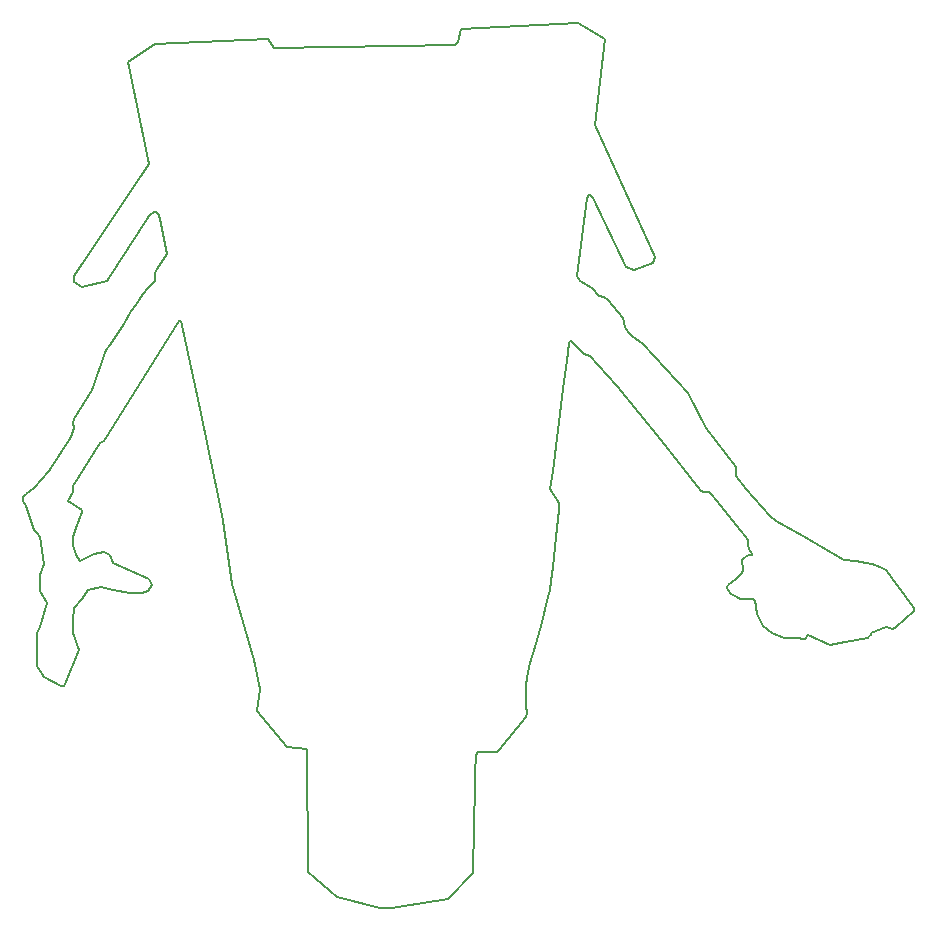
<source format=gm1>
G04 #@! TF.FileFunction,Profile,NP*
%FSLAX46Y46*%
G04 Gerber Fmt 4.6, Leading zero omitted, Abs format (unit mm)*
G04 Created by KiCad (PCBNEW 4.0.6) date 07/02/18 18:42:29*
%MOMM*%
%LPD*%
G01*
G04 APERTURE LIST*
%ADD10C,0.100000*%
%ADD11C,0.150000*%
G04 APERTURE END LIST*
D10*
D11*
X102489000Y-133477000D02*
X100838000Y-133477000D01*
X102616000Y-133350000D02*
X102489000Y-133477000D01*
X100711000Y-133731000D02*
X100838000Y-133477000D01*
X100584000Y-135382000D02*
X100711000Y-133731000D01*
X100584000Y-136271000D02*
X100584000Y-135382000D01*
X100457000Y-143510000D02*
X100584000Y-136271000D01*
X100457000Y-143764000D02*
X100457000Y-143510000D01*
X98298000Y-145923000D02*
X100457000Y-143764000D01*
X94615000Y-146558000D02*
X98298000Y-145923000D01*
X93599000Y-146685000D02*
X94615000Y-146558000D01*
X93218000Y-146685000D02*
X93599000Y-146685000D01*
X92837000Y-146685000D02*
X93218000Y-146685000D01*
X92583000Y-146685000D02*
X92837000Y-146685000D01*
X88900000Y-145796000D02*
X92583000Y-146685000D01*
X86487000Y-143637000D02*
X88900000Y-145796000D01*
X86360000Y-133223000D02*
X86487000Y-143637000D01*
X84709000Y-133096000D02*
X86360000Y-133223000D01*
X82169000Y-130048000D02*
X84709000Y-133096000D01*
X82423000Y-128143000D02*
X82169000Y-130048000D01*
X81915000Y-125730000D02*
X82423000Y-128143000D01*
X80010000Y-119253000D02*
X81915000Y-125730000D01*
X79248000Y-113919000D02*
X80010000Y-119253000D01*
X79121000Y-113030000D02*
X79248000Y-113919000D01*
X77216000Y-104013000D02*
X79121000Y-113030000D01*
X75692000Y-97028000D02*
X77216000Y-104013000D01*
X75565000Y-97028000D02*
X75692000Y-97028000D01*
X69215000Y-107188000D02*
X75565000Y-97028000D01*
X68834000Y-107315000D02*
X69215000Y-107188000D01*
X66548000Y-110998000D02*
X68834000Y-107315000D01*
X66548000Y-111506000D02*
X66548000Y-110998000D01*
X66167000Y-112268000D02*
X66548000Y-111506000D01*
X67310000Y-113030000D02*
X66167000Y-112268000D01*
X67310000Y-113157000D02*
X67310000Y-113030000D01*
X66802000Y-114554000D02*
X67310000Y-113157000D01*
X66548000Y-115316000D02*
X66802000Y-114554000D01*
X66548000Y-115951000D02*
X66548000Y-115316000D01*
X66802000Y-116840000D02*
X66548000Y-115951000D01*
X67183000Y-117348000D02*
X66802000Y-116840000D01*
X67818000Y-116967000D02*
X67183000Y-117348000D01*
X68326000Y-116713000D02*
X67818000Y-116967000D01*
X69215000Y-116586000D02*
X68326000Y-116713000D01*
X69723000Y-116840000D02*
X69215000Y-116586000D01*
X69977000Y-117475000D02*
X69723000Y-116840000D01*
X73025000Y-118872000D02*
X69977000Y-117475000D01*
X73279000Y-119380000D02*
X73025000Y-118872000D01*
X72898000Y-119888000D02*
X73279000Y-119380000D01*
X72390000Y-120015000D02*
X72898000Y-119888000D01*
X71374000Y-120015000D02*
X72390000Y-120015000D01*
X69977000Y-119761000D02*
X71374000Y-120015000D01*
X68961000Y-119507000D02*
X69977000Y-119761000D01*
X67818000Y-119761000D02*
X68961000Y-119507000D01*
X67310000Y-120523000D02*
X67818000Y-119761000D01*
X66675000Y-121285000D02*
X67310000Y-120523000D01*
X66548000Y-122428000D02*
X66675000Y-121285000D01*
X66548000Y-123444000D02*
X66548000Y-122428000D01*
X67056000Y-124841000D02*
X66548000Y-123444000D01*
X65913000Y-127762000D02*
X67056000Y-124841000D01*
X65786000Y-127889000D02*
X65913000Y-127762000D01*
X65532000Y-127889000D02*
X65786000Y-127889000D01*
X64135000Y-127127000D02*
X65532000Y-127889000D01*
X63500000Y-126238000D02*
X64135000Y-127127000D01*
X63500000Y-123444000D02*
X63500000Y-126238000D01*
X63754000Y-122936000D02*
X63500000Y-123444000D01*
X64389000Y-120904000D02*
X63754000Y-122936000D01*
X63754000Y-119888000D02*
X64389000Y-120904000D01*
X63754000Y-118491000D02*
X63754000Y-119888000D01*
X64135000Y-117602000D02*
X63754000Y-118491000D01*
X63754000Y-115316000D02*
X64135000Y-117602000D01*
X63500000Y-114935000D02*
X63754000Y-115316000D01*
X63246000Y-114681000D02*
X63500000Y-114935000D01*
X62611000Y-112649000D02*
X63246000Y-114681000D01*
X62357000Y-112268000D02*
X62611000Y-112649000D01*
X62357000Y-111887000D02*
X62357000Y-112268000D01*
X62611000Y-111633000D02*
X62357000Y-111887000D01*
X63246000Y-111125000D02*
X62611000Y-111633000D01*
X64516000Y-109728000D02*
X63246000Y-111125000D01*
X66421000Y-106807000D02*
X64516000Y-109728000D01*
X66675000Y-106045000D02*
X66421000Y-106807000D01*
X66548000Y-105664000D02*
X66675000Y-106045000D01*
X66675000Y-105283000D02*
X66548000Y-105664000D01*
X68199000Y-102870000D02*
X66675000Y-105283000D01*
X69342000Y-99441000D02*
X68199000Y-102870000D01*
X69723000Y-99060000D02*
X69342000Y-99441000D01*
X70866000Y-97282000D02*
X69723000Y-99060000D01*
X71501000Y-96139000D02*
X70866000Y-97282000D01*
X71882000Y-95631000D02*
X71501000Y-96139000D01*
X72136000Y-95250000D02*
X71882000Y-95631000D01*
X72517000Y-94742000D02*
X72136000Y-95250000D01*
X72898000Y-94234000D02*
X72517000Y-94742000D01*
X73533000Y-93599000D02*
X72898000Y-94234000D01*
X73533000Y-93345000D02*
X73533000Y-93599000D01*
X73533000Y-92964000D02*
X73533000Y-93345000D01*
X73660000Y-92583000D02*
X73533000Y-92964000D01*
X74549000Y-91313000D02*
X73660000Y-92583000D01*
X73914000Y-88392000D02*
X74549000Y-91313000D01*
X73787000Y-87884000D02*
X73914000Y-88392000D01*
X73533000Y-87757000D02*
X73787000Y-87884000D01*
X73279000Y-87884000D02*
X73533000Y-87757000D01*
X73025000Y-88138000D02*
X73279000Y-87884000D01*
X69469000Y-93599000D02*
X73025000Y-88138000D01*
X67310000Y-94107000D02*
X69469000Y-93599000D01*
X66675000Y-93726000D02*
X67310000Y-94107000D01*
X66675000Y-93218000D02*
X66675000Y-93726000D01*
X73025000Y-83693000D02*
X66675000Y-93218000D01*
X71247000Y-75057000D02*
X73025000Y-83693000D01*
X73533000Y-73533000D02*
X71247000Y-75057000D01*
X83058000Y-73152000D02*
X73533000Y-73533000D01*
X83566000Y-73914000D02*
X83058000Y-73152000D01*
X98933000Y-73660000D02*
X83566000Y-73914000D01*
X99187000Y-73406000D02*
X98933000Y-73660000D01*
X99441000Y-72263000D02*
X99187000Y-73406000D01*
X109347000Y-71755000D02*
X99441000Y-72263000D01*
X111633000Y-73152000D02*
X109347000Y-71755000D01*
X110744000Y-80391000D02*
X111633000Y-73152000D01*
X115824000Y-91567000D02*
X110744000Y-80391000D01*
X115697000Y-92075000D02*
X115824000Y-91567000D01*
X114046000Y-92710000D02*
X115697000Y-92075000D01*
X113411000Y-92456000D02*
X114046000Y-92710000D01*
X110617000Y-86614000D02*
X113411000Y-92456000D01*
X110490000Y-86487000D02*
X110617000Y-86614000D01*
X110363000Y-86360000D02*
X110490000Y-86487000D01*
X110236000Y-86360000D02*
X110363000Y-86360000D01*
X110109000Y-86614000D02*
X110236000Y-86360000D01*
X109220000Y-93218000D02*
X110109000Y-86614000D01*
X109474000Y-93599000D02*
X109220000Y-93218000D01*
X110490000Y-94234000D02*
X109474000Y-93599000D01*
X111125000Y-94869000D02*
X110490000Y-94234000D01*
X111506000Y-94996000D02*
X111125000Y-94869000D01*
X111887000Y-95250000D02*
X111506000Y-94996000D01*
X113157000Y-96774000D02*
X111887000Y-95250000D01*
X113284000Y-97536000D02*
X113157000Y-96774000D01*
X113538000Y-97917000D02*
X113284000Y-97536000D01*
X113919000Y-98298000D02*
X113538000Y-97917000D01*
X114808000Y-98933000D02*
X113919000Y-98298000D01*
X118618000Y-103124000D02*
X114808000Y-98933000D01*
X120142000Y-106045000D02*
X118618000Y-103124000D01*
X122682000Y-109347000D02*
X120142000Y-106045000D01*
X122682000Y-110109000D02*
X122682000Y-109347000D01*
X123571000Y-111252000D02*
X122682000Y-110109000D01*
X125603000Y-113538000D02*
X123571000Y-111252000D01*
X126111000Y-113919000D02*
X125603000Y-113538000D01*
X128397000Y-115189000D02*
X126111000Y-113919000D01*
X131826000Y-117221000D02*
X128397000Y-115189000D01*
X132842000Y-117348000D02*
X131826000Y-117221000D01*
X133731000Y-117475000D02*
X132842000Y-117348000D01*
X134239000Y-117602000D02*
X133731000Y-117475000D01*
X134874000Y-117856000D02*
X134239000Y-117602000D01*
X135382000Y-118110000D02*
X134874000Y-117856000D01*
X137795000Y-121285000D02*
X135382000Y-118110000D01*
X137795000Y-121539000D02*
X137795000Y-121285000D01*
X136271000Y-122936000D02*
X137795000Y-121539000D01*
X136017000Y-123063000D02*
X136271000Y-122936000D01*
X135382000Y-122936000D02*
X136017000Y-123063000D01*
X134112000Y-123444000D02*
X135382000Y-122936000D01*
X134112000Y-123571000D02*
X134112000Y-123444000D01*
X133985000Y-123698000D02*
X134112000Y-123571000D01*
X133858000Y-123825000D02*
X133985000Y-123698000D01*
X131953000Y-124206000D02*
X133858000Y-123825000D01*
X130683000Y-124460000D02*
X131953000Y-124206000D01*
X128778000Y-123571000D02*
X130683000Y-124460000D01*
X128524000Y-123952000D02*
X128778000Y-123571000D01*
X128270000Y-123952000D02*
X128524000Y-123952000D01*
X128016000Y-123825000D02*
X128270000Y-123952000D01*
X126746000Y-123825000D02*
X128016000Y-123825000D01*
X125730000Y-123444000D02*
X126746000Y-123825000D01*
X124968000Y-122809000D02*
X125730000Y-123444000D01*
X124460000Y-121793000D02*
X124968000Y-122809000D01*
X124333000Y-120650000D02*
X124460000Y-121793000D01*
X124079000Y-120523000D02*
X124333000Y-120650000D01*
X123063000Y-120523000D02*
X124079000Y-120523000D01*
X122809000Y-120396000D02*
X123063000Y-120523000D01*
X122301000Y-120142000D02*
X122809000Y-120396000D01*
X122047000Y-119761000D02*
X122301000Y-120142000D01*
X121920000Y-119634000D02*
X122047000Y-119761000D01*
X121920000Y-119507000D02*
X121920000Y-119634000D01*
X122047000Y-119380000D02*
X121920000Y-119507000D01*
X122682000Y-118872000D02*
X122047000Y-119380000D01*
X122809000Y-118745000D02*
X122682000Y-118872000D01*
X123190000Y-118364000D02*
X122809000Y-118745000D01*
X123317000Y-118110000D02*
X123190000Y-118364000D01*
X123317000Y-117856000D02*
X123317000Y-118110000D01*
X123190000Y-117475000D02*
X123317000Y-117856000D01*
X123190000Y-117348000D02*
X123190000Y-117475000D01*
X123190000Y-117221000D02*
X123190000Y-117348000D01*
X123444000Y-116967000D02*
X123190000Y-117221000D01*
X123825000Y-116840000D02*
X123444000Y-116967000D01*
X124079000Y-116840000D02*
X123825000Y-116840000D01*
X124079000Y-116713000D02*
X124079000Y-116840000D01*
X123825000Y-116332000D02*
X124079000Y-116713000D01*
X123698000Y-115951000D02*
X123825000Y-116332000D01*
X123698000Y-115570000D02*
X123698000Y-115951000D01*
X123444000Y-115189000D02*
X123698000Y-115570000D01*
X120650000Y-111760000D02*
X123444000Y-115189000D01*
X120396000Y-111506000D02*
X120650000Y-111760000D01*
X120269000Y-111506000D02*
X120396000Y-111506000D01*
X120015000Y-111506000D02*
X120269000Y-111506000D01*
X119761000Y-111379000D02*
X120015000Y-111506000D01*
X116332000Y-107061000D02*
X119761000Y-111379000D01*
X112649000Y-102489000D02*
X116332000Y-107061000D01*
X110363000Y-99949000D02*
X112649000Y-102489000D01*
X109855000Y-99822000D02*
X110363000Y-99949000D01*
X109220000Y-99187000D02*
X109855000Y-99822000D01*
X108839000Y-98806000D02*
X109220000Y-99187000D01*
X108712000Y-98679000D02*
X108839000Y-98806000D01*
X108585000Y-98806000D02*
X108712000Y-98679000D01*
X108458000Y-99695000D02*
X108585000Y-98806000D01*
X108077000Y-102743000D02*
X108458000Y-99695000D01*
X107188000Y-109728000D02*
X108077000Y-102743000D01*
X106934000Y-111252000D02*
X107188000Y-109728000D01*
X107696000Y-112395000D02*
X106934000Y-111252000D01*
X107696000Y-113030000D02*
X107696000Y-112395000D01*
X107442000Y-115316000D02*
X107696000Y-113030000D01*
X107188000Y-117856000D02*
X107442000Y-115316000D01*
X107061000Y-118999000D02*
X107188000Y-117856000D01*
X106934000Y-119761000D02*
X107061000Y-118999000D01*
X106807000Y-120396000D02*
X106934000Y-119761000D01*
X106172000Y-122809000D02*
X106807000Y-120396000D01*
X105664000Y-124587000D02*
X106172000Y-122809000D01*
X105283000Y-125984000D02*
X105664000Y-124587000D01*
X105029000Y-127127000D02*
X105283000Y-125984000D01*
X104902000Y-127889000D02*
X105029000Y-127127000D01*
X104902000Y-128270000D02*
X104902000Y-127889000D01*
X104902000Y-129540000D02*
X104902000Y-128270000D01*
X104902000Y-129794000D02*
X104902000Y-129540000D01*
X105029000Y-130048000D02*
X104902000Y-129794000D01*
X105029000Y-130175000D02*
X105029000Y-130048000D01*
X104902000Y-130556000D02*
X105029000Y-130175000D01*
X102616000Y-133350000D02*
X104902000Y-130556000D01*
M02*

</source>
